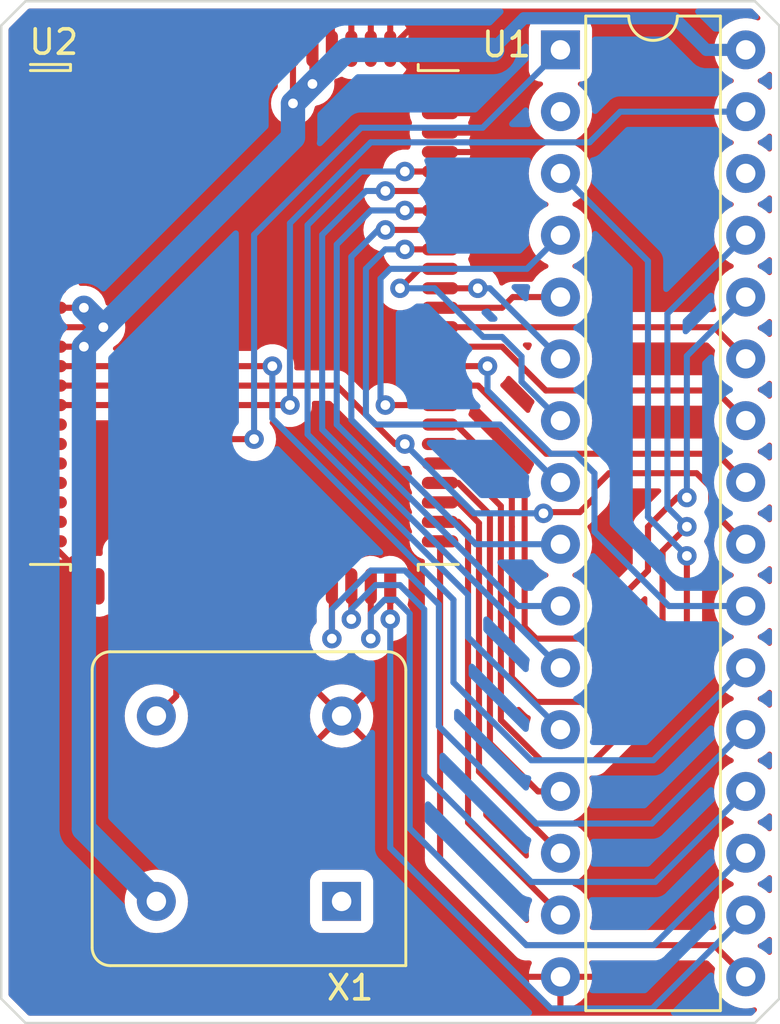
<source format=kicad_pcb>
(kicad_pcb (version 20221018) (generator pcbnew)
  (layers (0 "F.Cu" signal) (31 "B.Cu" signal) (34 "B.Paste" user) (35 "F.Paste" user) (36 "B.SilkS" user "B.Silkscreen") (37 "F.SilkS" user "F.Silkscreen") (38 "B.Mask" user) (39 "F.Mask" user) (44 "Edge.Cuts" user))
  (net 0 "")
  (net 1 "/VPP")
  (net 3 "/A15")
  (net 4 "/A12")
  (net 5 "/A7")
  (net 6 "/A6")
  (net 7 "/A5")
  (net 8 "/A4")
  (net 9 "/A3")
  (net 10 "/A2")
  (net 11 "/A1")
  (net 12 "/A0")
  (net 13 "/D0")
  (net 14 "/D1")
  (net 15 "/D2")
  (net 16 "GND")
  (net 17 "/D3")
  (net 18 "/D4")
  (net 19 "/D5")
  (net 20 "/D6")
  (net 21 "/D7")
  (net 22 "/!CE")
  (net 23 "/A10")
  (net 24 "/!OE")
  (net 25 "/A11")
  (net 26 "/A9")
  (net 27 "/A8")
  (net 28 "/A13")
  (net 29 "/A14")
  (net 30 "/!PGM")
  (net 31 "VCC")
  (net 32 "Net-(U2-XIN)")
  (footprint "M7700:QFP080-P-1420" (layer "F.Cu") (at 117 84)
    (fp_text reference "U2" (at -7.84 -11.32) (layer "F.SilkS"))
    (fp_text value "~")
    (fp_line (start -8.8 -10.15) (end -7.15 -10.15) (stroke (width 0.12)) (layer "F.SilkS"))
    (fp_line (start -8.8 10.15) (end -7.15 10.15) (stroke (width 0.12)) (layer "F.SilkS"))
    (fp_line (start -7.15 -10.4) (end -8.8 -10.4) (stroke (width 0.12)) (layer "F.SilkS"))
    (fp_line (start -7.15 -10.15) (end -7.15 -10.4) (stroke (width 0.12)) (layer "F.SilkS"))
    (fp_line (start -7.15 10.15) (end -7.15 10.4) (stroke (width 0.12)) (layer "F.SilkS"))
    (fp_line (start 7.15 -10.15) (end 7.15 -10.4) (stroke (width 0.12)) (layer "F.SilkS"))
    (fp_line (start 7.15 10.15) (end 7.15 10.4) (stroke (width 0.12)) (layer "F.SilkS"))
    (fp_line (start 8.8 -10.15) (end 7.15 -10.15) (stroke (width 0.12)) (layer "F.SilkS"))
    (fp_line (start 8.8 10.15) (end 7.15 10.15) (stroke (width 0.12)) (layer "F.SilkS"))
    (pad "1" smd oval (at -8.05 -9.2 90) (size 0.5 1.5) (layers "F.Cu" "F.Paste" "F.Mask") (net 16 "GND"))
    (pad "2" smd oval (at -8.05 -8.4 90) (size 0.5 1.5) (layers "F.Cu" "F.Paste" "F.Mask") (net 16 "GND"))
    (pad "3" smd oval (at -8.05 -7.6 90) (size 0.5 1.5) (layers "F.Cu" "F.Paste" "F.Mask") (net 16 "GND"))
    (pad "4" smd oval (at -8.05 -6.8 90) (size 0.5 1.5) (layers "F.Cu" "F.Paste" "F.Mask") (net 16 "GND"))
    (pad "5" smd oval (at -8.05 -6 90) (size 0.5 1.5) (layers "F.Cu" "F.Paste" "F.Mask") (net 16 "GND"))
    (pad "6" smd oval (at -8.05 -5.2 90) (size 0.5 1.5) (layers "F.Cu" "F.Paste" "F.Mask") (net 16 "GND"))
    (pad "7" smd oval (at -8.05 -4.4 90) (size 0.5 1.5) (layers "F.Cu" "F.Paste" "F.Mask") (net 16 "GND"))
    (pad "8" smd oval (at -8.05 -3.6 90) (size 0.5 1.5) (layers "F.Cu" "F.Paste" "F.Mask") (net 16 "GND"))
    (pad "9" smd oval (at -8.05 -2.8 90) (size 0.5 1.5) (layers "F.Cu" "F.Paste" "F.Mask") (net 16 "GND"))
    (pad "10" smd oval (at -8.05 -2 90) (size 0.5 1.5) (layers "F.Cu" "F.Paste" "F.Mask") (net 16 "GND"))
    (pad "11" smd oval (at -8.05 -1.2 90) (size 0.5 1.5) (layers "F.Cu" "F.Paste" "F.Mask") (net 16 "GND"))
    (pad "12" smd oval (at -8.05 -0.4 90) (size 0.5 1.5) (layers "F.Cu" "F.Paste" "F.Mask") (net 31 "VCC"))
    (pad "13" smd oval (at -8.05 0.4 90) (size 0.5 1.5) (layers "F.Cu" "F.Paste" "F.Mask") (net 31 "VCC"))
    (pad "14" smd oval (at -8.05 1.2 90) (size 0.5 1.5) (layers "F.Cu" "F.Paste" "F.Mask") (net 31 "VCC"))
    (pad "15" smd oval (at -8.05 2 90) (size 0.5 1.5) (layers "F.Cu" "F.Paste" "F.Mask") (net 22 "/!CE"))
    (pad "16" smd oval (at -8.05 2.8 90) (size 0.5 1.5) (layers "F.Cu" "F.Paste" "F.Mask") (net 24 "/!OE"))
    (pad "17" smd oval (at -8.05 3.6 90) (size 0.5 1.5) (layers "F.Cu" "F.Paste" "F.Mask") (net 30 "/!PGM"))
    (pad "18" smd oval (at -8.05 4.4 90) (size 0.5 1.5) (layers "F.Cu" "F.Paste" "F.Mask") (net 16 "GND"))
    (pad "19" smd oval (at -8.05 5.2 90) (size 0.5 1.5) (layers "F.Cu" "F.Paste" "F.Mask") (net 16 "GND"))
    (pad "20" smd oval (at -8.05 6 90) (size 0.5 1.5) (layers "F.Cu" "F.Paste" "F.Mask") (net 16 "GND"))
    (pad "21" smd oval (at -8.05 6.8 90) (size 0.5 1.5) (layers "F.Cu" "F.Paste" "F.Mask") (net 16 "GND"))
    (pad "22" smd oval (at -8.05 7.6 90) (size 0.5 1.5) (layers "F.Cu" "F.Paste" "F.Mask") (net 16 "GND"))
    (pad "23" smd oval (at -8.05 8.4 90) (size 0.5 1.5) (layers "F.Cu" "F.Paste" "F.Mask") (net 16 "GND"))
    (pad "24" smd oval (at -8.05 9.2 90) (size 0.5 1.5) (layers "F.Cu" "F.Paste" "F.Mask") (net 16 "GND"))
    (pad "25" smd oval (at -6 11.05 180) (size 0.5 1.5) (layers "F.Cu" "F.Paste" "F.Mask") (net 16 "GND"))
    (pad "26" smd oval (at -5.2 11.05) (size 0.5 1.5) (layers "F.Cu" "F.Paste" "F.Mask") (net 1 "/VPP"))
    (pad "27" smd oval (at -4.4 11.05) (size 0.5 1.5) (layers "F.Cu" "F.Paste" "F.Mask") (net 1 "/VPP"))
    (pad "28" smd oval (at -3.6 11.05) (size 0.5 1.5) (layers "F.Cu" "F.Paste" "F.Mask") (net 16 "GND"))
    (pad "29" smd oval (at -2.8 11.05) (size 0.5 1.5) (layers "F.Cu" "F.Paste" "F.Mask") (net 32 "Net-(U2-XIN)"))
    (pad "30" smd oval (at -2 11.05) (size 0.5 1.5) (layers "F.Cu" "F.Paste" "F.Mask"))
    (pad "31" smd oval (at -1.2 11.05) (size 0.5 1.5) (layers "F.Cu" "F.Paste" "F.Mask"))
    (pad "32" smd oval (at -0.4 11.05) (size 0.5 1.5) (layers "F.Cu" "F.Paste" "F.Mask") (net 16 "GND"))
    (pad "33" smd oval (at 0.4 11.05) (size 0.5 1.5) (layers "F.Cu" "F.Paste" "F.Mask") (net 16 "GND"))
    (pad "34" smd oval (at 1.2 11.05) (size 0.5 1.5) (layers "F.Cu" "F.Paste" "F.Mask") (net 16 "GND"))
    (pad "35" smd oval (at 2 11.05) (size 0.5 1.5) (layers "F.Cu" "F.Paste" "F.Mask") (net 16 "GND"))
    (pad "36" smd oval (at 2.8 11.05) (size 0.5 1.5) (layers "F.Cu" "F.Paste" "F.Mask") (net 16 "GND"))
    (pad "37" smd oval (at 3.6 11.05) (size 0.5 1.5) (layers "F.Cu" "F.Paste" "F.Mask") (net 21 "/D7"))
    (pad "38" smd oval (at 4.4 11.05) (size 0.5 1.5) (layers "F.Cu" "F.Paste" "F.Mask") (net 20 "/D6"))
    (pad "39" smd oval (at 5.2 11.05) (size 0.5 1.5) (layers "F.Cu" "F.Paste" "F.Mask") (net 19 "/D5"))
    (pad "40" smd oval (at 6 11.05) (size 0.5 1.5) (layers "F.Cu" "F.Paste" "F.Mask") (net 18 "/D4"))
    (pad "41" smd oval (at 8.05 9.2 90) (size 0.5 1.5) (layers "F.Cu" "F.Paste" "F.Mask") (net 17 "/D3"))
    (pad "42" smd oval (at 8.05 8.4 90) (size 0.5 1.5) (layers "F.Cu" "F.Paste" "F.Mask") (net 15 "/D2"))
    (pad "43" smd oval (at 8.05 7.6 90) (size 0.5 1.5) (layers "F.Cu" "F.Paste" "F.Mask") (net 14 "/D1"))
    (pad "44" smd oval (at 8.05 6.8 90) (size 0.5 1.5) (layers "F.Cu" "F.Paste" "F.Mask") (net 13 "/D0"))
    (pad "45" smd oval (at 8.05 6 90) (size 0.5 1.5) (layers "F.Cu" "F.Paste" "F.Mask") (net 3 "/A15"))
    (pad "46" smd oval (at 8.05 5.2 90) (size 0.5 1.5) (layers "F.Cu" "F.Paste" "F.Mask") (net 29 "/A14"))
    (pad "47" smd oval (at 8.05 4.4 90) (size 0.5 1.5) (layers "F.Cu" "F.Paste" "F.Mask") (net 28 "/A13"))
    (pad "48" smd oval (at 8.05 3.6 90) (size 0.5 1.5) (layers "F.Cu" "F.Paste" "F.Mask") (net 4 "/A12"))
    (pad "49" smd oval (at 8.05 2.8 90) (size 0.5 1.5) (layers "F.Cu" "F.Paste" "F.Mask") (net 25 "/A11"))
    (pad "50" smd oval (at 8.05 2 90) (size 0.5 1.5) (layers "F.Cu" "F.Paste" "F.Mask") (net 23 "/A10"))
    (pad "51" smd oval (at 8.05 1.2 90) (size 0.5 1.5) (layers "F.Cu" "F.Paste" "F.Mask") (net 26 "/A9"))
    (pad "52" smd oval (at 8.05 0.4 90) (size 0.5 1.5) (layers "F.Cu" "F.Paste" "F.Mask") (net 27 "/A8"))
    (pad "53" smd oval (at 8.05 -0.4 90) (size 0.5 1.5) (layers "F.Cu" "F.Paste" "F.Mask") (net 5 "/A7"))
    (pad "54" smd oval (at 8.05 -1.2 90) (size 0.5 1.5) (layers "F.Cu" "F.Paste" "F.Mask") (net 6 "/A6"))
    (pad "55" smd oval (at 8.05 -2 90) (size 0.5 1.5) (layers "F.Cu" "F.Paste" "F.Mask") (net 7 "/A5"))
    (pad "56" smd oval (at 8.05 -2.8 90) (size 0.5 1.5) (layers "F.Cu" "F.Paste" "F.Mask") (net 8 "/A4"))
    (pad "57" smd oval (at 8.05 -3.6 90) (size 0.5 1.5) (layers "F.Cu" "F.Paste" "F.Mask") (net 9 "/A3"))
    (pad "58" smd oval (at 8.05 -4.4 90) (size 0.5 1.5) (layers "F.Cu" "F.Paste" "F.Mask") (net 10 "/A2"))
    (pad "59" smd oval (at 8.05 -5.2 90) (size 0.5 1.5) (layers "F.Cu" "F.Paste" "F.Mask") (net 11 "/A1"))
    (pad "60" smd oval (at 8.05 -6 90) (size 0.5 1.5) (layers "F.Cu" "F.Paste" "F.Mask") (net 12 "/A0"))
    (pad "61" smd oval (at 8.05 -6.8 90) (size 0.5 1.5) (layers "F.Cu" "F.Paste" "F.Mask") (net 16 "GND"))
    (pad "62" smd oval (at 8.05 -7.6 90) (size 0.5 1.5) (layers "F.Cu" "F.Paste" "F.Mask") (net 16 "GND"))
    (pad "63" smd oval (at 8.05 -8.4 90) (size 0.5 1.5) (layers "F.Cu" "F.Paste" "F.Mask") (net 16 "GND"))
    (pad "64" smd oval (at 8.05 -9.2 90) (size 0.5 1.5) (layers "F.Cu" "F.Paste" "F.Mask") (net 16 "GND"))
    (pad "65" smd oval (at 6 -11.05 180) (size 0.5 1.5) (layers "F.Cu" "F.Paste" "F.Mask") (net 16 "GND"))
    (pad "66" smd oval (at 5.2 -11.05 180) (size 0.5 1.5) (layers "F.Cu" "F.Paste" "F.Mask") (net 16 "GND"))
    (pad "67" smd oval (at 4.4 -11.05 180) (size 0.5 1.5) (layers "F.Cu" "F.Paste" "F.Mask") (net 16 "GND"))
    (pad "68" smd oval (at 3.6 -11.05 180) (size 0.5 1.5) (layers "F.Cu" "F.Paste" "F.Mask") (net 16 "GND"))
    (pad "69" smd oval (at 2.8 -11.05 180) (size 0.5 1.5) (layers "F.Cu" "F.Paste" "F.Mask") (net 31 "VCC"))
    (pad "70" smd oval (at 2 -11.05 180) (size 0.5 1.5) (layers "F.Cu" "F.Paste" "F.Mask") (net 31 "VCC"))
    (pad "71" smd oval (at 1.2 -11.05 180) (size 0.5 1.5) (layers "F.Cu" "F.Paste" "F.Mask") (net 16 "GND"))
    (pad "72" smd oval (at 0.4 -11.05 180) (size 0.5 1.5) (layers "F.Cu" "F.Paste" "F.Mask") (net 16 "GND"))
    (pad "73" smd oval (at -0.4 -11.05 180) (size 0.5 1.5) (layers "F.Cu" "F.Paste" "F.Mask") (net 16 "GND"))
    (pad "74" smd oval (at -1.2 -11.05 180) (size 0.5 1.5) (layers "F.Cu" "F.Paste" "F.Mask") (net 16 "GND"))
    (pad "75" smd oval (at -2 -11.05 180) (size 0.5 1.5) (layers "F.Cu" "F.Paste" "F.Mask") (net 16 "GND"))
    (pad "76" smd oval (at -2.8 -11.05) (size 0.5 1.5) (layers "F.Cu" "F.Paste" "F.Mask") (net 16 "GND"))
    (pad "77" smd oval (at -3.6 -11.05) (size 0.5 1.5) (layers "F.Cu" "F.Paste" "F.Mask") (net 16 "GND"))
    (pad "78" smd oval (at -4.4 -11.05) (size 0.5 1.5) (layers "F.Cu" "F.Paste" "F.Mask") (net 16 "GND"))
    (pad "79" smd oval (at -5.2 -11.05) (size 0.5 1.5) (layers "F.Cu" "F.Paste" "F.Mask") (net 16 "GND"))
    (pad "80" smd oval (at -6 -11.05) (size 0.5 1.5) (layers "F.Cu" "F.Paste" "F.Mask") (net 16 "GND"))
  )
  (footprint "Oscillator:Oscillator_DIP-8" (layer "F.Cu") (at 121 108 90)
    (fp_text reference "X1" (at -3.55 0.35 180) (layer "F.SilkS"))
    (fp_text value "CXO_DIP8")
    (fp_line (start -2.64 -9.51) (end -2.64 2.64) (stroke (width 0.12)) (layer "F.SilkS"))
    (fp_line (start -2.64 2.64) (end 9.51 2.64) (stroke (width 0.12)) (layer "F.SilkS"))
    (fp_line (start 9.51 -10.26) (end -1.89 -10.26) (stroke (width 0.12)) (layer "F.SilkS"))
    (fp_line (start 10.26 1.89) (end 10.26 -9.51) (stroke (width 0.12)) (layer "F.SilkS"))
    (fp_arc (start -2.64 -9.51) (mid -2.42033 -10.04033) (end -1.89 -10.26) (stroke (width 0.12)) (layer "F.SilkS"))
    (fp_arc (start 9.51 -10.26) (mid 10.04033 -10.04033) (end 10.26 -9.51) (stroke (width 0.12)) (layer "F.SilkS"))
    (fp_arc (start 10.26 1.89) (mid 10.04033 2.42033) (end 9.51 2.64) (stroke (width 0.12)) (layer "F.SilkS"))
    (pad "1" thru_hole rect (at 0 0 90) (size 1.6 1.6) (drill 0.8) (layers "*.Cu" "*.Mask"))
    (pad "4" thru_hole circle (at 7.62 0 90) (size 1.6 1.6) (drill 0.8) (layers "*.Cu" "*.Mask") (net 16 "GND"))
    (pad "5" thru_hole circle (at 7.62 -7.62 90) (size 1.6 1.6) (drill 0.8) (layers "*.Cu" "*.Mask") (net 32 "Net-(U2-XIN)"))
    (pad "8" thru_hole circle (at 0 -7.62 90) (size 1.6 1.6) (drill 0.8) (layers "*.Cu" "*.Mask") (net 31 "VCC"))
  )
  (footprint "Package_DIP:DIP-32_W7.62mm" (layer "F.Cu") (at 130 73)
    (fp_text reference "U1" (at -2.22 -0.22) (layer "F.SilkS"))
    (fp_text value "27C010")
    (fp_line (start 1.04 -1.39) (end 1.04 39.49) (stroke (width 0.12)) (layer "F.SilkS"))
    (fp_line (start 1.04 39.49) (end 6.58 39.49) (stroke (width 0.12)) (layer "F.SilkS"))
    (fp_line (start 2.81 -1.39) (end 1.04 -1.39) (stroke (width 0.12)) (layer "F.SilkS"))
    (fp_line (start 6.58 -1.39) (end 4.81 -1.39) (stroke (width 0.12)) (layer "F.SilkS"))
    (fp_line (start 6.58 39.49) (end 6.58 -1.39) (stroke (width 0.12)) (layer "F.SilkS"))
    (fp_arc (start 4.81 -1.39) (mid 3.81 -0.39) (end 2.81 -1.39) (stroke (width 0.12)) (layer "F.SilkS"))
    (pad "1" thru_hole rect (at 0 0) (size 1.6 1.6) (drill 0.8) (layers "*.Cu" "*.Mask") (net 1 "/VPP"))
    (pad "2" thru_hole oval (at 0 2.54) (size 1.6 1.6) (drill 0.8) (layers "*.Cu" "*.Mask"))
    (pad "3" thru_hole oval (at 0 5.08) (size 1.6 1.6) (drill 0.8) (layers "*.Cu" "*.Mask") (net 3 "/A15"))
    (pad "4" thru_hole oval (at 0 7.62) (size 1.6 1.6) (drill 0.8) (layers "*.Cu" "*.Mask") (net 4 "/A12"))
    (pad "5" thru_hole oval (at 0 10.16) (size 1.6 1.6) (drill 0.8) (layers "*.Cu" "*.Mask") (net 5 "/A7"))
    (pad "6" thru_hole oval (at 0 12.7) (size 1.6 1.6) (drill 0.8) (layers "*.Cu" "*.Mask") (net 6 "/A6"))
    (pad "7" thru_hole oval (at 0 15.24) (size 1.6 1.6) (drill 0.8) (layers "*.Cu" "*.Mask") (net 7 "/A5"))
    (pad "8" thru_hole oval (at 0 17.78) (size 1.6 1.6) (drill 0.8) (layers "*.Cu" "*.Mask") (net 8 "/A4"))
    (pad "9" thru_hole oval (at 0 20.32) (size 1.6 1.6) (drill 0.8) (layers "*.Cu" "*.Mask") (net 9 "/A3"))
    (pad "10" thru_hole oval (at 0 22.86) (size 1.6 1.6) (drill 0.8) (layers "*.Cu" "*.Mask") (net 10 "/A2"))
    (pad "11" thru_hole oval (at 0 25.4) (size 1.6 1.6) (drill 0.8) (layers "*.Cu" "*.Mask") (net 11 "/A1"))
    (pad "12" thru_hole oval (at 0 27.94) (size 1.6 1.6) (drill 0.8) (layers "*.Cu" "*.Mask") (net 12 "/A0"))
    (pad "13" thru_hole oval (at 0 30.48) (size 1.6 1.6) (drill 0.8) (layers "*.Cu" "*.Mask") (net 13 "/D0"))
    (pad "14" thru_hole oval (at 0 33.02) (size 1.6 1.6) (drill 0.8) (layers "*.Cu" "*.Mask") (net 14 "/D1"))
    (pad "15" thru_hole oval (at 0 35.56) (size 1.6 1.6) (drill 0.8) (layers "*.Cu" "*.Mask") (net 15 "/D2"))
    (pad "16" thru_hole oval (at 0 38.1) (size 1.6 1.6) (drill 0.8) (layers "*.Cu" "*.Mask") (net 16 "GND"))
    (pad "17" thru_hole oval (at 7.62 38.1) (size 1.6 1.6) (drill 0.8) (layers "*.Cu" "*.Mask") (net 17 "/D3"))
    (pad "18" thru_hole oval (at 7.62 35.56) (size 1.6 1.6) (drill 0.8) (layers "*.Cu" "*.Mask") (net 18 "/D4"))
    (pad "19" thru_hole oval (at 7.62 33.02) (size 1.6 1.6) (drill 0.8) (layers "*.Cu" "*.Mask") (net 19 "/D5"))
    (pad "20" thru_hole oval (at 7.62 30.48) (size 1.6 1.6) (drill 0.8) (layers "*.Cu" "*.Mask") (net 20 "/D6"))
    (pad "21" thru_hole oval (at 7.62 27.94) (size 1.6 1.6) (drill 0.8) (layers "*.Cu" "*.Mask") (net 21 "/D7"))
    (pad "22" thru_hole oval (at 7.62 25.4) (size 1.6 1.6) (drill 0.8) (layers "*.Cu" "*.Mask") (net 22 "/!CE"))
    (pad "23" thru_hole oval (at 7.62 22.86) (size 1.6 1.6) (drill 0.8) (layers "*.Cu" "*.Mask") (net 23 "/A10"))
    (pad "24" thru_hole oval (at 7.62 20.32) (size 1.6 1.6) (drill 0.8) (layers "*.Cu" "*.Mask") (net 24 "/!OE"))
    (pad "25" thru_hole oval (at 7.62 17.78) (size 1.6 1.6) (drill 0.8) (layers "*.Cu" "*.Mask") (net 25 "/A11"))
    (pad "26" thru_hole oval (at 7.62 15.24) (size 1.6 1.6) (drill 0.8) (layers "*.Cu" "*.Mask") (net 26 "/A9"))
    (pad "27" thru_hole oval (at 7.62 12.7) (size 1.6 1.6) (drill 0.8) (layers "*.Cu" "*.Mask") (net 27 "/A8"))
    (pad "28" thru_hole oval (at 7.62 10.16) (size 1.6 1.6) (drill 0.8) (layers "*.Cu" "*.Mask") (net 28 "/A13"))
    (pad "29" thru_hole oval (at 7.62 7.62) (size 1.6 1.6) (drill 0.8) (layers "*.Cu" "*.Mask") (net 29 "/A14"))
    (pad "30" thru_hole oval (at 7.62 5.08) (size 1.6 1.6) (drill 0.8) (layers "*.Cu" "*.Mask"))
    (pad "31" thru_hole oval (at 7.62 2.54) (size 1.6 1.6) (drill 0.8) (layers "*.Cu" "*.Mask") (net 30 "/!PGM"))
    (pad "32" thru_hole oval (at 7.62 0) (size 1.6 1.6) (drill 0.8) (layers "*.Cu" "*.Mask") (net 31 "VCC"))
  )
  (gr_line (start 107 72) (end 107 112) (stroke (width 0.1)) (layer "Edge.Cuts"))
  (gr_line (start 108 71) (end 107 72) (stroke (width 0.1)) (layer "Edge.Cuts"))
  (gr_line (start 139 112) (end 139 72) (stroke (width 0.1)) (layer "Edge.Cuts"))
  (gr_line (start 107 112) (end 108 113) (stroke (width 0.1)) (layer "Edge.Cuts"))
  (gr_line (start 138 71) (end 139 72) (stroke (width 0.1)) (layer "Edge.Cuts"))
  (gr_line (start 138 71) (end 108 71) (stroke (width 0.1)) (layer "Edge.Cuts"))
  (gr_line (start 108 113) (end 138 113) (stroke (width 0.1)) (layer "Edge.Cuts"))
  (gr_line (start 138 113) (end 139 112) (stroke (width 0.1)) (layer "Edge.Cuts"))
  (segment (start 111.8 95.05) (end 111.8 93.6) (width 0.25) (layer "F.Cu") (net 1))
  (segment (start 112.6 93.4) (end 112.6 95.05) (width 0.25) (layer "F.Cu") (net 1))
  (segment (start 112.6 90.4) (end 112.6 93.4) (width 0.25) (layer "F.Cu") (net 1))
  (segment (start 117.4 89) (end 114 89) (width 0.25) (layer "F.Cu") (net 1))
  (segment (start 114 89) (end 112.6 90.4) (width 0.25) (layer "F.Cu") (net 1))
  (segment (start 112 93.4) (end 112.6 93.4) (width 0.25) (layer "F.Cu") (net 1))
  (segment (start 111.8 93.6) (end 112 93.4) (width 0.25) (layer "F.Cu") (net 1))
  (via (at 117.4 89) (size 0.8) (drill 0.4) (layers "F.Cu" "B.Cu") (net 1))
  (segment (start 117.4 80.6) (end 121.8 76.2) (width 0.25) (layer "B.Cu") (net 1))
  (segment (start 121.8 76.2) (end 126.8 76.2) (width 0.25) (layer "B.Cu") (net 1))
  (segment (start 126.8 76.2) (end 130 73) (width 0.25) (layer "B.Cu") (net 1))
  (segment (start 117.4 89) (end 117.4 80.6) (width 0.25) (layer "B.Cu") (net 1))
  (segment (start 125.05 90) (end 125.8 90) (width 0.25) (layer "F.Cu") (net 3))
  (segment (start 134.6 99) (end 135.2 98.4) (width 0.25) (layer "F.Cu") (net 3))
  (segment (start 127.55 100.55) (end 129.2 102.2) (width 0.25) (layer "F.Cu") (net 3))
  (segment (start 135.2 98.4) (end 135.2 93.8) (width 0.25) (layer "F.Cu") (net 3))
  (segment (start 125.8 90) (end 127.55 91.75) (width 0.25) (layer "F.Cu") (net 3))
  (segment (start 129.2 102.2) (end 130.8 102.2) (width 0.25) (layer "F.Cu") (net 3))
  (segment (start 127.55 91.75) (end 127.55 100.55) (width 0.25) (layer "F.Cu") (net 3))
  (segment (start 131.4 102.2) (end 134.6 99) (width 0.25) (layer "F.Cu") (net 3))
  (segment (start 130.8 102.2) (end 131.4 102.2) (width 0.25) (layer "F.Cu") (net 3))
  (via (at 135.2 93.8) (size 0.8) (drill 0.4) (layers "F.Cu" "B.Cu") (net 3))
  (segment (start 133.6 81.68) (end 130 78.08) (width 0.25) (layer "B.Cu") (net 3))
  (segment (start 135.2 93.8) (end 133.6 92.2) (width 0.25) (layer "B.Cu") (net 3))
  (segment (start 133.6 92.2) (end 133.6 81.68) (width 0.25) (layer "B.Cu") (net 3))
  (segment (start 125.05 87.6) (end 122.8 87.6) (width 0.25) (layer "F.Cu") (net 4))
  (via (at 122.8 87.6) (size 0.8) (drill 0.4) (layers "F.Cu" "B.Cu") (net 4))
  (segment (start 122.8 87.6) (end 122.6 87.4) (width 0.25) (layer "B.Cu") (net 4))
  (segment (start 122.6 82.4) (end 123 82) (width 0.25) (layer "B.Cu") (net 4))
  (segment (start 123 82) (end 128.62 82) (width 0.25) (layer "B.Cu") (net 4))
  (segment (start 128.62 82) (end 130 80.62) (width 0.25) (layer "B.Cu") (net 4))
  (segment (start 122.6 87.4) (end 122.6 82.4) (width 0.25) (layer "B.Cu") (net 4))
  (segment (start 128.04 83.16) (end 130 83.16) (width 0.25) (layer "F.Cu") (net 5))
  (segment (start 125.05 83.6) (end 127.6 83.6) (width 0.25) (layer "F.Cu") (net 5))
  (segment (start 127.6 83.6) (end 128.04 83.16) (width 0.25) (layer "F.Cu") (net 5))
  (segment (start 125.05 82.8) (end 126.6 82.8) (width 0.25) (layer "F.Cu") (net 6))
  (via (at 126.6 82.8) (size 0.8) (drill 0.4) (layers "F.Cu" "B.Cu") (net 6))
  (segment (start 127.1 82.8) (end 130 85.7) (width 0.25) (layer "B.Cu") (net 6))
  (segment (start 126.6 82.8) (end 127.1 82.8) (width 0.25) (layer "B.Cu") (net 6))
  (segment (start 124.2 82) (end 125.05 82) (width 0.25) (layer "F.Cu") (net 7))
  (segment (start 123.4 82.8) (end 124.2 82) (width 0.25) (layer "F.Cu") (net 7))
  (via (at 123.4 82.8) (size 0.8) (drill 0.4) (layers "F.Cu" "B.Cu") (net 7))
  (segment (start 127.6 84.8) (end 128.4 85.6) (width 0.25) (layer "B.Cu") (net 7))
  (segment (start 124.825305 82.8) (end 126.825305 84.8) (width 0.25) (layer "B.Cu") (net 7))
  (segment (start 128.4 86.64) (end 130 88.24) (width 0.25) (layer "B.Cu") (net 7))
  (segment (start 128.4 85.6) (end 128.4 86.64) (width 0.25) (layer "B.Cu") (net 7))
  (segment (start 126.825305 84.8) (end 127.6 84.8) (width 0.25) (layer "B.Cu") (net 7))
  (segment (start 123.4 82.8) (end 124.825305 82.8) (width 0.25) (layer "B.Cu") (net 7))
  (segment (start 123.6 81.2) (end 125.05 81.2) (width 0.25) (layer "F.Cu") (net 8))
  (via (at 123.6 81.2) (size 0.8) (drill 0.4) (layers "F.Cu" "B.Cu") (net 8))
  (segment (start 129.89 90.78) (end 127.51 88.4) (width 0.25) (layer "B.Cu") (net 8))
  (segment (start 122.4 88.4) (end 122 88) (width 0.25) (layer "B.Cu") (net 8))
  (segment (start 122 82) (end 122.8 81.2) (width 0.25) (layer "B.Cu") (net 8))
  (segment (start 130 90.78) (end 129.89 90.78) (width 0.25) (layer "B.Cu") (net 8))
  (segment (start 122 88) (end 122 82) (width 0.25) (layer "B.Cu") (net 8))
  (segment (start 122.8 81.2) (end 123.6 81.2) (width 0.25) (layer "B.Cu") (net 8))
  (segment (start 127.51 88.4) (end 122.4 88.4) (width 0.25) (layer "B.Cu") (net 8))
  (segment (start 122.8 80.4) (end 125.05 80.4) (width 0.25) (layer "F.Cu") (net 9))
  (via (at 122.8 80.4) (size 0.8) (drill 0.4) (layers "F.Cu" "B.Cu") (net 9))
  (segment (start 121.4 81.5) (end 122.5 80.4) (width 0.25) (layer "B.Cu") (net 9))
  (segment (start 122.5 80.4) (end 122.8 80.4) (width 0.25) (layer "B.Cu") (net 9))
  (segment (start 121.4 88.2) (end 121.4 81.5) (width 0.25) (layer "B.Cu") (net 9))
  (segment (start 126.52 93.32) (end 121.4 88.2) (width 0.25) (layer "B.Cu") (net 9))
  (segment (start 130 93.32) (end 126.52 93.32) (width 0.25) (layer "B.Cu") (net 9))
  (segment (start 123.6 79.6) (end 125.05 79.6) (width 0.25) (layer "F.Cu") (net 10))
  (via (at 123.6 79.6) (size 0.8) (drill 0.4) (layers "F.Cu" "B.Cu") (net 10))
  (segment (start 122.2 79.6) (end 123.6 79.6) (width 0.25) (layer "B.Cu") (net 10))
  (segment (start 130 95.86) (end 128.26 95.86) (width 0.25) (layer "B.Cu") (net 10))
  (segment (start 120.8 81) (end 122.2 79.6) (width 0.25) (layer "B.Cu") (net 10))
  (segment (start 120.8 88.4) (end 120.8 81) (width 0.25) (layer "B.Cu") (net 10))
  (segment (start 128.26 95.86) (end 120.8 88.4) (width 0.25) (layer "B.Cu") (net 10))
  (segment (start 122.8 78.8) (end 125.05 78.8) (width 0.25) (layer "F.Cu") (net 11))
  (via (at 122.8 78.8) (size 0.8) (drill 0.4) (layers "F.Cu" "B.Cu") (net 11))
  (segment (start 120.2 88.6) (end 120.2 80.6) (width 0.25) (layer "B.Cu") (net 11))
  (segment (start 130 98.4) (end 120.2 88.6) (width 0.25) (layer "B.Cu") (net 11))
  (segment (start 120.2 80.6) (end 122 78.8) (width 0.25) (layer "B.Cu") (net 11))
  (segment (start 122 78.8) (end 122.8 78.8) (width 0.25) (layer "B.Cu") (net 11))
  (segment (start 123.6 78) (end 125.05 78) (width 0.25) (layer "F.Cu") (net 12))
  (via (at 123.6 78) (size 0.8) (drill 0.4) (layers "F.Cu" "B.Cu") (net 12))
  (segment (start 130 100.94) (end 126.2 97.14) (width 0.25) (layer "B.Cu") (net 12))
  (segment (start 119.6 80.2) (end 121.8 78) (width 0.25) (layer "B.Cu") (net 12))
  (segment (start 126.2 95.4) (end 119.6 88.8) (width 0.25) (layer "B.Cu") (net 12))
  (segment (start 119.6 88.8) (end 119.6 80.2) (width 0.25) (layer "B.Cu") (net 12))
  (segment (start 126.2 97.14) (end 126.2 95.4) (width 0.25) (layer "B.Cu") (net 12))
  (segment (start 121.8 78) (end 123.6 78) (width 0.25) (layer "B.Cu") (net 12))
  (segment (start 125.05 90.8) (end 125.8 90.8) (width 0.25) (layer "F.Cu") (net 13))
  (segment (start 127.1 92.1) (end 127.1 101.5) (width 0.25) (layer "F.Cu") (net 13))
  (segment (start 127.1 101.5) (end 129.08 103.48) (width 0.25) (layer "F.Cu") (net 13))
  (segment (start 125.8 90.8) (end 127.1 92.1) (width 0.25) (layer "F.Cu") (net 13))
  (segment (start 129.08 103.48) (end 130 103.48) (width 0.25) (layer "F.Cu") (net 13))
  (segment (start 126.65 92.45) (end 126.65 102.67) (width 0.25) (layer "F.Cu") (net 14))
  (segment (start 125.05 91.6) (end 125.8 91.6) (width 0.25) (layer "F.Cu") (net 14))
  (segment (start 126.65 102.67) (end 130 106.02) (width 0.25) (layer "F.Cu") (net 14))
  (segment (start 125.8 91.6) (end 126.65 92.45) (width 0.25) (layer "F.Cu") (net 14))
  (segment (start 125.8 92.4) (end 126.2 92.8) (width 0.25) (layer "F.Cu") (net 15))
  (segment (start 125.05 92.4) (end 125.8 92.4) (width 0.25) (layer "F.Cu") (net 15))
  (segment (start 126.2 92.8) (end 126.2 104.76) (width 0.25) (layer "F.Cu") (net 15))
  (segment (start 126.2 104.76) (end 130 108.56) (width 0.25) (layer "F.Cu") (net 15))
  (segment (start 109 81.2) (end 107.65 81.2) (width 0.25) (layer "F.Cu") (net 16))
  (segment (start 109 89.2) (end 107.65 89.2) (width 0.25) (layer "F.Cu") (net 16))
  (segment (start 125 77.2) (end 126.35 77.2) (width 0.25) (layer "F.Cu") (net 16))
  (segment (start 109 92.4) (end 107.65 92.4) (width 0.25) (layer "F.Cu") (net 16))
  (segment (start 109 78.8) (end 107.65 78.8) (width 0.25) (layer "F.Cu") (net 16))
  (segment (start 117.4 73) (end 117.4 71.65) (width 0.25) (layer "F.Cu") (net 16))
  (segment (start 121.4 73) (end 121.4 71.65) (width 0.25) (layer "F.Cu") (net 16))
  (segment (start 109 78) (end 107.65 78) (width 0.25) (layer "F.Cu") (net 16))
  (segment (start 123 72.95) (end 123 71.6) (width 0.25) (layer "F.Cu") (net 16))
  (segment (start 109 82.8) (end 107.65 82.8) (width 0.25) (layer "F.Cu") (net 16))
  (segment (start 113.4 95) (end 113.4 96.35) (width 0.25) (layer "F.Cu") (net 16))
  (segment (start 111.8 73) (end 111.8 71.65) (width 0.25) (layer "F.Cu") (net 16))
  (segment (start 109 75.6) (end 107.65 75.6) (width 0.25) (layer "F.Cu") (net 16))
  (segment (start 119.8 95) (end 119.8 96.35) (width 0.25) (layer "F.Cu") (net 16))
  (segment (start 118.2 95) (end 118.2 96.35) (width 0.25) (layer "F.Cu") (net 16))
  (segment (start 119 95) (end 119 96.35) (width 0.25) (layer "F.Cu") (net 16))
  (segment (start 125 76.4) (end 126.35 76.4) (width 0.25) (layer "F.Cu") (net 16))
  (segment (start 122.2 73) (end 122.2 71.65) (width 0.25) (layer "F.Cu") (net 16))
  (segment (start 125 75.6) (end 126.35 75.6) (width 0.25) (layer "F.Cu") (net 16))
  (segment (start 116.6 95) (end 116.6 96.35) (width 0.25) (layer "F.Cu") (net 16))
  (segment (start 115 73) (end 115 71.65) (width 0.25) (layer "F.Cu") (net 16))
  (segment (start 109 90) (end 107.65 90) (width 0.25) (layer "F.Cu") (net 16))
  (segment (start 109 77.2) (end 107.65 77.2) (width 0.25) (layer "F.Cu") (net 16))
  (segment (start 112.6 73) (end 112.6 71.65) (width 0.25) (layer "F.Cu") (net 16))
  (segment (start 109 80.4) (end 107.65 80.4) (width 0.25) (layer "F.Cu") (net 16))
  (segment (start 113.4 73) (end 113.4 71.65) (width 0.25) (layer "F.Cu") (net 16))
  (segment (start 111 73) (end 111 71.65) (width 0.25) (layer "F.Cu") (net 16))
  (segment (start 109 88.4) (end 107.65 88.4) (width 0.25) (layer "F.Cu") (net 16))
  (segment (start 109 82) (end 107.65 82) (width 0.25) (layer "F.Cu") (net 16))
  (segment (start 109 91.6) (end 107.65 91.6) (width 0.25) (layer "F.Cu") (net 16))
  (segment (start 116.6 73) (end 116.6 71.65) (width 0.25) (layer "F.Cu") (net 16))
  (segment (start 114.2 73) (end 114.2 71.65) (width 0.25) (layer "F.Cu") (net 16))
  (segment (start 117.4 95) (end 117.4 96.35) (width 0.25) (layer "F.Cu") (net 16))
  (segment (start 118.2 73) (end 118.2 71.65) (width 0.25) (layer "F.Cu") (net 16))
  (segment (start 109 76.4) (end 107.65 76.4) (width 0.25) (layer "F.Cu") (net 16))
  (segment (start 109 79.6) (end 107.65 79.6) (width 0.25) (layer "F.Cu") (net 16))
  (segment (start 109 90.8) (end 107.65 90.8) (width 0.25) (layer "F.Cu") (net 16))
  (segment (start 120.6 73) (end 120.6 71.65) (width 0.25) (layer "F.Cu") (net 16))
  (segment (start 115.8 73) (end 115.8 71.65) (width 0.25) (layer "F.Cu") (net 16))
  (segment (start 125.05 106.25) (end 128.6 109.8) (width 0.25) (layer "F.Cu") (net 17))
  (segment (start 125.05 93.2) (end 125.05 106.25) (width 0.25) (layer "F.Cu") (net 17))
  (segment (start 136.32 109.8) (end 137.62 111.1) (width 0.25) (layer "F.Cu") (net 17))
  (segment (start 128.6 109.8) (end 136.32 109.8) (width 0.25) (layer "F.Cu") (net 17))
  (segment (start 123 95.05) (end 123 96.4) (width 0.25) (layer "F.Cu") (net 18))
  (via (at 123 96.4) (size 0.8) (drill 0.4) (layers "F.Cu" "B.Cu") (net 18))
  (segment (start 123 96.4) (end 123 105.8) (width 0.25) (layer "B.Cu") (net 18))
  (segment (start 129.6 112.4) (end 133.78 112.4) (width 0.25) (layer "B.Cu") (net 18))
  (segment (start 133.78 112.4) (end 137.62 108.56) (width 0.25) (layer "B.Cu") (net 18))
  (segment (start 123 105.8) (end 129.6 112.4) (width 0.25) (layer "B.Cu") (net 18))
  (segment (start 122.2 95.05) (end 122.2 97.2) (width 0.25) (layer "F.Cu") (net 19))
  (via (at 122.2 97.2) (size 0.8) (drill 0.4) (layers "F.Cu" "B.Cu") (net 19))
  (segment (start 123.225305 95.6) (end 123.8 96.174695) (width 0.25) (layer "B.Cu") (net 19))
  (segment (start 122.774695 95.6) (end 123.225305 95.6) (width 0.25) (layer "B.Cu") (net 19))
  (segment (start 123.8 105) (end 128.6 109.8) (width 0.25) (layer "B.Cu") (net 19))
  (segment (start 122.2 97.2) (end 122.2 96.174695) (width 0.25) (layer "B.Cu") (net 19))
  (segment (start 123.8 96.174695) (end 123.8 105) (width 0.25) (layer "B.Cu") (net 19))
  (segment (start 133.84 109.8) (end 137.62 106.02) (width 0.25) (layer "B.Cu") (net 19))
  (segment (start 122.2 96.174695) (end 122.774695 95.6) (width 0.25) (layer "B.Cu") (net 19))
  (segment (start 128.6 109.8) (end 133.84 109.8) (width 0.25) (layer "B.Cu") (net 19))
  (segment (start 121.4 95.05) (end 121.4 96.4) (width 0.25) (layer "F.Cu") (net 20))
  (via (at 121.4 96.4) (size 0.8) (drill 0.4) (layers "F.Cu" "B.Cu") (net 20))
  (segment (start 124.4 96) (end 124.4 102.8) (width 0.25) (layer "B.Cu") (net 20))
  (segment (start 128.8 107.2) (end 133.9 107.2) (width 0.25) (layer "B.Cu") (net 20))
  (segment (start 122.4 95) (end 123.4 95) (width 0.25) (layer "B.Cu") (net 20))
  (segment (start 123.4 95) (end 124.4 96) (width 0.25) (layer "B.Cu") (net 20))
  (segment (start 133.9 107.2) (end 137.62 103.48) (width 0.25) (layer "B.Cu") (net 20))
  (segment (start 121.4 96.4) (end 121.4 96) (width 0.25) (layer "B.Cu") (net 20))
  (segment (start 121.4 96) (end 122.4 95) (width 0.25) (layer "B.Cu") (net 20))
  (segment (start 124.4 102.8) (end 128.8 107.2) (width 0.25) (layer "B.Cu") (net 20))
  (segment (start 120.6 95.05) (end 120.6 97.2) (width 0.25) (layer "F.Cu") (net 21))
  (via (at 120.6 97.2) (size 0.8) (drill 0.4) (layers "F.Cu" "B.Cu") (net 21))
  (segment (start 129 104.8) (end 133.76 104.8) (width 0.25) (layer "B.Cu") (net 21))
  (segment (start 122.2 94.4) (end 123.6 94.4) (width 0.25) (layer "B.Cu") (net 21))
  (segment (start 125 95.8) (end 125 100.8) (width 0.25) (layer "B.Cu") (net 21))
  (segment (start 133.76 104.8) (end 137.62 100.94) (width 0.25) (layer "B.Cu") (net 21))
  (segment (start 120.6 97.2) (end 120.6 96) (width 0.25) (layer "B.Cu") (net 21))
  (segment (start 120.6 96) (end 122.2 94.4) (width 0.25) (layer "B.Cu") (net 21))
  (segment (start 125 100.8) (end 129 104.8) (width 0.25) (layer "B.Cu") (net 21))
  (segment (start 123.6 94.4) (end 125 95.8) (width 0.25) (layer "B.Cu") (net 21))
  (segment (start 118.151 86) (end 108.95 86) (width 0.25) (layer "F.Cu") (net 22))
  (via (at 118.151 86) (size 0.8) (drill 0.4) (layers "F.Cu" "B.Cu") (net 22))
  (segment (start 128.8 102.2) (end 133.82 102.2) (width 0.25) (layer "B.Cu") (net 22))
  (segment (start 125.6 99) (end 128.8 102.2) (width 0.25) (layer "B.Cu") (net 22))
  (segment (start 133.82 102.2) (end 137.62 98.4) (width 0.25) (layer "B.Cu") (net 22))
  (segment (start 125.6 95.6) (end 125.6 99) (width 0.25) (layer "B.Cu") (net 22))
  (segment (start 118.151 88.151) (end 125.6 95.6) (width 0.25) (layer "B.Cu") (net 22))
  (segment (start 118.151 86) (end 118.151 88.151) (width 0.25) (layer "B.Cu") (net 22))
  (segment (start 127 86) (end 125.05 86) (width 0.25) (layer "F.Cu") (net 23))
  (via (at 127 86) (size 0.8) (drill 0.4) (layers "F.Cu" "B.Cu") (net 23))
  (segment (start 127 87) (end 127 86) (width 0.25) (layer "B.Cu") (net 23))
  (segment (start 129.6 89.6) (end 127 87) (width 0.25) (layer "B.Cu") (net 23))
  (segment (start 131.4 90.4) (end 130.6 89.6) (width 0.25) (layer "B.Cu") (net 23))
  (segment (start 134.46 95.86) (end 131.4 92.8) (width 0.25) (layer "B.Cu") (net 23))
  (segment (start 130.6 89.6) (end 129.6 89.6) (width 0.25) (layer "B.Cu") (net 23))
  (segment (start 137.62 95.86) (end 134.46 95.86) (width 0.25) (layer "B.Cu") (net 23))
  (segment (start 131.4 92.8) (end 131.4 90.4) (width 0.25) (layer "B.Cu") (net 23))
  (segment (start 120.8 86.8) (end 108.95 86.8) (width 0.25) (layer "F.Cu") (net 24))
  (segment (start 136.2 91.9) (end 137.62 93.32) (width 0.25) (layer "F.Cu") (net 24))
  (segment (start 135.6 90.4) (end 136.2 91) (width 0.25) (layer "F.Cu") (net 24))
  (segment (start 123.6 89.2) (end 123.2 89.2) (width 0.25) (layer "F.Cu") (net 24))
  (segment (start 123.2 89.2) (end 120.8 86.8) (width 0.25) (layer "F.Cu") (net 24))
  (segment (start 132 90.4) (end 135.6 90.4) (width 0.25) (layer "F.Cu") (net 24))
  (segment (start 129.351473 92) (end 130.8 92) (width 0.25) (layer "F.Cu") (net 24))
  (segment (start 136.2 91) (end 136.2 91.9) (width 0.25) (layer "F.Cu") (net 24))
  (segment (start 130.8 92) (end 131.4 91.4) (width 0.25) (layer "F.Cu") (net 24))
  (segment (start 131.4 91.4) (end 131.4 91) (width 0.25) (layer "F.Cu") (net 24))
  (segment (start 129.301663 92.04981) (end 129.351473 92) (width 0.25) (layer "F.Cu") (net 24))
  (segment (start 131.4 91) (end 132 90.4) (width 0.25) (layer "F.Cu") (net 24))
  (via (at 123.6 89.2) (size 0.8) (drill 0.4) (layers "F.Cu" "B.Cu") (net 24))
  (via (at 129.301663 92.04981) (size 0.8) (drill 0.4) (layers "F.Cu" "B.Cu") (net 24))
  (segment (start 126.44981 92.04981) (end 123.6 89.2) (width 0.25) (layer "B.Cu") (net 24))
  (segment (start 129.301663 92.04981) (end 126.44981 92.04981) (width 0.25) (layer "B.Cu") (net 24))
  (segment (start 137.62 90.78) (end 136.44 89.6) (width 0.25) (layer "F.Cu") (net 25))
  (segment (start 129.4125 89.6) (end 126.6125 86.8) (width 0.25) (layer "F.Cu") (net 25))
  (segment (start 126.6125 86.8) (end 125.05 86.8) (width 0.25) (layer "F.Cu") (net 25))
  (segment (start 136.44 89.6) (end 129.4125 89.6) (width 0.25) (layer "F.Cu") (net 25))
  (segment (start 127.6 85.2) (end 125.05 85.2) (width 0.25) (layer "F.Cu") (net 26))
  (segment (start 137.62 88.24) (end 136.38 87) (width 0.25) (layer "F.Cu") (net 26))
  (segment (start 136.38 87) (end 129.4 87) (width 0.25) (layer "F.Cu") (net 26))
  (segment (start 129.4 87) (end 127.6 85.2) (width 0.25) (layer "F.Cu") (net 26))
  (segment (start 136.32 84.4) (end 125.05 84.4) (width 0.25) (layer "F.Cu") (net 27))
  (segment (start 137.62 85.7) (end 136.32 84.4) (width 0.25) (layer "F.Cu") (net 27))
  (segment (start 128.526663 96.726663) (end 129 97.2) (width 0.25) (layer "F.Cu") (net 28))
  (segment (start 125.05 88.4) (end 125.707106 88.4) (width 0.25) (layer "F.Cu") (net 28))
  (segment (start 128.526663 91.219557) (end 128.526663 96.726663) (width 0.25) (layer "F.Cu") (net 28))
  (segment (start 125.707106 88.4) (end 128.526663 91.219557) (width 0.25) (layer "F.Cu") (net 28))
  (segment (start 133.6 92.6) (end 134.8 91.4) (width 0.25) (layer "F.Cu") (net 28))
  (segment (start 129 97.2) (end 130.8 97.2) (width 0.25) (layer "F.Cu") (net 28))
  (segment (start 133.6 94.4) (end 133.6 92.6) (width 0.25) (layer "F.Cu") (net 28))
  (segment (start 130.8 97.2) (end 133.6 94.4) (width 0.25) (layer "F.Cu") (net 28))
  (segment (start 134.8 91.4) (end 135.2 91.4) (width 0.25) (layer "F.Cu") (net 28))
  (via (at 135.2 91.4) (size 0.8) (drill 0.4) (layers "F.Cu" "B.Cu") (net 28))
  (segment (start 135.2 91.4) (end 135.2 85.58) (width 0.25) (layer "B.Cu") (net 28))
  (segment (start 135.2 85.58) (end 137.62 83.16) (width 0.25) (layer "B.Cu") (net 28))
  (segment (start 128 92.6) (end 128 98.8) (width 0.25) (layer "F.Cu") (net 29))
  (segment (start 125.8 89.2) (end 128 91.4) (width 0.25) (layer "F.Cu") (net 29))
  (segment (start 131.2 99.8) (end 134.2 96.8) (width 0.25) (layer "F.Cu") (net 29))
  (segment (start 134.2 93.6) (end 135.2 92.6) (width 0.25) (layer "F.Cu") (net 29))
  (segment (start 134.2 96.8) (end 134.2 93.6) (width 0.25) (layer "F.Cu") (net 29))
  (segment (start 125.05 89.2) (end 125.8 89.2) (width 0.25) (layer "F.Cu") (net 29))
  (segment (start 128 98.8) (end 129 99.8) (width 0.25) (layer "F.Cu") (net 29))
  (segment (start 129 99.8) (end 131.2 99.8) (width 0.25) (layer "F.Cu") (net 29))
  (segment (start 128 91.4) (end 128 92.6) (width 0.25) (layer "F.Cu") (net 29))
  (via (at 135.2 92.6) (size 0.8) (drill 0.4) (layers "F.Cu" "B.Cu") (net 29))
  (segment (start 134.4 91.8) (end 134.4 83.84) (width 0.25) (layer "B.Cu") (net 29))
  (segment (start 134.4 83.84) (end 137.62 80.62) (width 0.25) (layer "B.Cu") (net 29))
  (segment (start 135.2 92.6) (end 134.4 91.8) (width 0.25) (layer "B.Cu") (net 29))
  (segment (start 108.95 87.6) (end 118.8755 87.6) (width 0.25) (layer "F.Cu") (net 30))
  (via (at 118.8755 87.6) (size 0.8) (drill 0.4) (layers "F.Cu" "B.Cu") (net 30))
  (segment (start 122.2 76.8) (end 131.2 76.8) (width 0.25) (layer "B.Cu") (net 30))
  (segment (start 118.8755 80.1245) (end 122.2 76.8) (width 0.25) (layer "B.Cu") (net 30))
  (segment (start 131.2 76.8) (end 132.46 75.54) (width 0.25) (layer "B.Cu") (net 30))
  (segment (start 118.8755 87.6) (end 118.8755 80.1245) (width 0.25) (layer "B.Cu") (net 30))
  (segment (start 132.46 75.54) (end 137.62 75.54) (width 0.25) (layer "B.Cu") (net 30))
  (segment (start 108.95 84.4) (end 111.2 84.4) (width 0.25) (layer "F.Cu") (net 31))
  (segment (start 119.8 72.95) (end 119.8 74.4) (width 0.25) (layer "F.Cu") (net 31))
  (segment (start 108.95 83.6) (end 110.4 83.6) (width 0.25) (layer "F.Cu") (net 31))
  (segment (start 119 72.95) (end 119 75.2) (width 0.25) (layer "F.Cu") (net 31))
  (segment (start 108.95 85.2) (end 110.4 85.2) (width 0.25) (layer "F.Cu") (net 31))
  (via (at 110.4 83.6) (size 0.8) (drill 0.4) (layers "F.Cu" "B.Cu") (net 31))
  (via (at 111.2 84.4) (size 0.8) (drill 0.4) (layers "F.Cu" "B.Cu") (net 31))
  (via (at 110.4 85.2) (size 0.8) (drill 0.4) (layers "F.Cu" "B.Cu") (net 31))
  (via (at 119 75.2) (size 0.8) (drill 0.4) (layers "F.Cu" "B.Cu") (net 31))
  (via (at 119.8 74.4) (size 0.8) (drill 0.4) (layers "F.Cu" "B.Cu") (net 31))
  (segment (start 134.7 71.7) (end 136 73) (width 0.5) (layer "B.Cu") (net 31))
  (segment (start 119.8 74.4) (end 121.2 73) (width 1) (layer "B.Cu") (net 31))
  (segment (start 136 73) (end 137.62 73) (width 0.5) (layer "B.Cu") (net 31))
  (segment (start 110.4 105.02) (end 110.4 85.2) (width 1) (layer "B.Cu") (net 31))
  (segment (start 119 76.6) (end 119 75.2) (width 1) (layer "B.Cu") (net 31))
  (segment (start 111.2 84.4) (end 119 76.6) (width 1) (layer "B.Cu") (net 31))
  (segment (start 113.38 108) (end 110.4 105.02) (width 1) (layer "B.Cu") (net 31))
  (segment (start 121.2 73) (end 127.2 73) (width 1) (layer "B.Cu") (net 31))
  (segment (start 127.2 73) (end 128.5 71.7) (width 0.5) (layer "B.Cu") (net 31))
  (segment (start 110.4 85.2) (end 111.2 84.4) (width 1) (layer "B.Cu") (net 31))
  (segment (start 119 75.2) (end 119.8 74.4) (width 1) (layer "B.Cu") (net 31))
  (segment (start 111.2 84.4) (end 110.4 83.6) (width 1) (layer "B.Cu") (net 31))
  (segment (start 128.5 71.7) (end 134.7 71.7) (width 0.5) (layer "B.Cu") (net 31))
  (segment (start 114.2 99.56) (end 114.2 95.05) (width 0.25) (layer "F.Cu") (net 32))
  (segment (start 113.38 100.38) (end 114.2 99.56) (width 0.25) (layer "F.Cu") (net 32))
  (zone (net 16) (net_name "GND") (layer "F.Cu") (connect_pads (clearance 0.5)) (min_thickness 0.2) (fill yes (thermal_gap 0.5) (thermal_bridge_width 0.25) (island_removal_mode 1) (island_area_min 10))
    (polygon (pts (xy 139 71) (xy 107 71) (xy 107 113) (xy 139 113)))
  )
  (zone (net 0) (net_name "") (layer "B.Cu") (connect_pads (clearance 0.5)) (min_thickness 0.25) (fill yes (thermal_gap 0.5) (thermal_bridge_width 0.5) (island_removal_mode 1) (island_area_min 10))
    (polygon (pts (xy 139 71) (xy 107 71) (xy 107 113) (xy 139 113)))
  )
)
</source>
